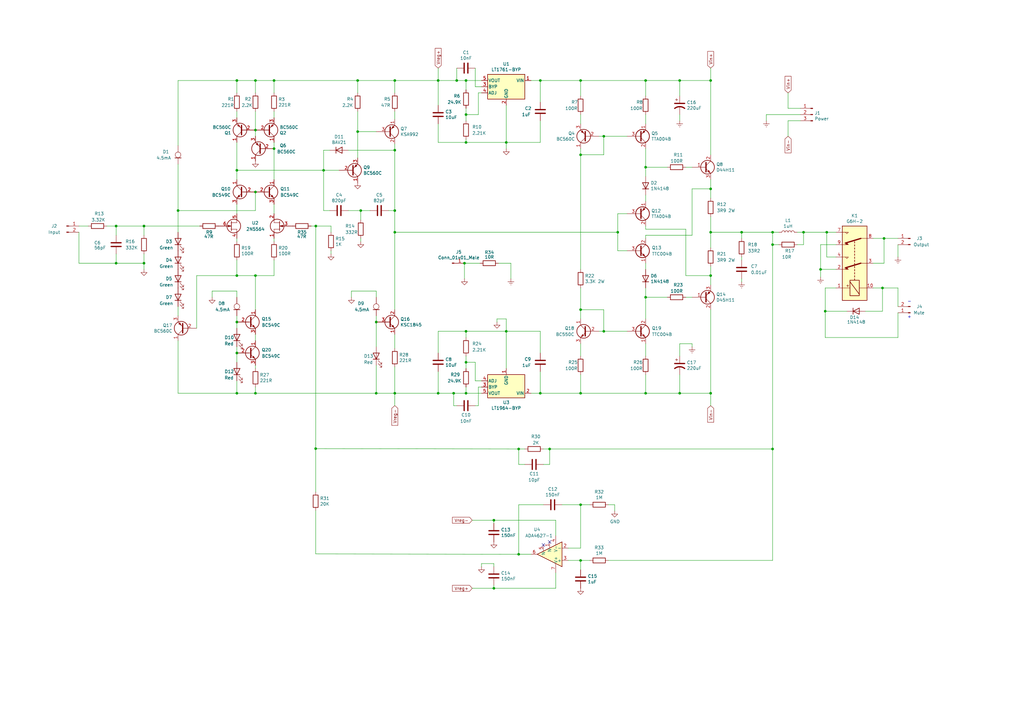
<source format=kicad_sch>
(kicad_sch (version 20230121) (generator eeschema)
  (paper "A3")
  (junction (at 154.305 161.29))
  (junction (at 336.55 110.49))
  (junction (at 146.685 53.975))
  (junction (at 47.625 107.95))
  (junction (at 238.125 207.01))
  (junction (at 112.395 33.02))
  (junction (at 190.5 107.95))
  (junction (at 191.135 58.42))
  (junction (at 179.705 161.29))
  (junction (at 212.725 227.33))
  (junction (at 97.155 33.02))
  (junction (at 238.125 63.5))
  (junction (at 132.715 69.85))
  (junction (at 179.705 33.02))
  (junction (at 161.925 161.29))
  (junction (at 247.65 135.89))
  (junction (at 161.925 61.595))
  (junction (at 97.155 144.78))
  (junction (at 304.165 95.25))
  (junction (at 154.305 132.08))
  (junction (at 191.135 148.59))
  (junction (at 112.395 60.96))
  (junction (at 191.135 135.89))
  (junction (at 129.4638 183.9976))
  (junction (at 253.365 95.25))
  (junction (at 291.465 33.02))
  (junction (at 278.765 161.29))
  (junction (at 362.585 97.79))
  (junction (at 207.645 58.42))
  (junction (at 338.455 127.635))
  (junction (at 73.025 86.36))
  (junction (at 97.155 113.03))
  (junction (at 329.565 95.25))
  (junction (at 291.465 113.03))
  (junction (at 104.775 113.03))
  (junction (at 104.775 161.29))
  (junction (at 316.865 100.33))
  (junction (at 104.775 53.34))
  (junction (at 291.465 161.29))
  (junction (at 361.95 118.11))
  (junction (at 316.865 95.25))
  (junction (at 264.795 68.58))
  (junction (at 291.465 95.25))
  (junction (at 59.055 92.71))
  (junction (at 202.565 241.3))
  (junction (at 104.775 33.02))
  (junction (at 47.625 92.71))
  (junction (at 186.055 161.29))
  (junction (at 238.125 161.29))
  (junction (at 161.925 86.36))
  (junction (at 238.125 127))
  (junction (at 238.125 33.02))
  (junction (at 278.765 33.02))
  (junction (at 161.925 95.25))
  (junction (at 191.135 46.99))
  (junction (at 161.925 33.02))
  (junction (at 316.865 184.15))
  (junction (at 191.135 161.29))
  (junction (at 221.615 161.29))
  (junction (at 238.125 229.87))
  (junction (at 264.795 121.92))
  (junction (at 97.155 69.85))
  (junction (at 339.09 95.25))
  (junction (at 247.65 55.88))
  (junction (at 129.54 92.71))
  (junction (at 97.155 161.29))
  (junction (at 187.325 33.02))
  (junction (at 291.465 77.47))
  (junction (at 264.795 33.02))
  (junction (at 97.155 132.08))
  (junction (at 212.725 184.15))
  (junction (at 59.055 107.95))
  (junction (at 221.615 33.02))
  (junction (at 225.425 184.15))
  (junction (at 104.775 78.74))
  (junction (at 207.645 135.89))
  (junction (at 202.565 213.36))
  (junction (at 146.685 33.02))
  (junction (at 191.135 33.02))
  (junction (at 264.795 161.29))
  (junction (at 147.955 86.36))
  (no_connect (at 225.425 222.25))
  (no_connect (at 222.885 223.52))
  (wire (pts (xy 247.65 63.5) (xy 247.65 55.88)))
  (wire (pts (xy 97.155 119.38) (xy 86.995 119.38)))
  (wire (pts (xy 104.775 55.88) (xy 104.775 53.34)))
  (wire (pts (xy 354.965 127.635) (xy 361.95 127.635)))
  (wire (pts (xy 222.885 184.15) (xy 225.425 184.15)))
  (wire (pts (xy 179.705 58.42) (xy 179.705 50.8)))
  (wire (pts (xy 161.925 137.16) (xy 161.925 142.875)))
  (wire (pts (xy 202.565 232.41) (xy 202.565 231.14)))
  (wire (pts (xy 112.395 58.42) (xy 112.395 60.96)))
  (wire (pts (xy 161.925 166.37) (xy 161.925 161.29)))
  (wire (pts (xy 161.925 33.02) (xy 179.705 33.02)))
  (wire (pts (xy 264.795 60.96) (xy 264.795 68.58)))
  (wire (pts (xy 304.165 115.57) (xy 304.165 114.3)))
  (wire (pts (xy 304.165 97.79) (xy 304.165 95.25)))
  (wire (pts (xy 147.955 86.36) (xy 151.765 86.36)))
  (wire (pts (xy 283.845 77.47) (xy 291.465 77.47)))
  (wire (pts (xy 319.405 95.25) (xy 316.865 95.25)))
  (wire (pts (xy 327.025 95.25) (xy 329.565 95.25)))
  (wire (pts (xy 264.795 68.58) (xy 264.795 72.39)))
  (wire (pts (xy 230.505 207.01) (xy 238.125 207.01)))
  (wire (pts (xy 187.325 166.37) (xy 186.055 166.37)))
  (wire (pts (xy 202.565 241.3) (xy 193.675 241.3)))
  (wire (pts (xy 207.645 60.96) (xy 207.645 58.42)))
  (wire (pts (xy 217.805 33.02) (xy 221.615 33.02)))
  (wire (pts (xy 59.055 104.14) (xy 59.055 107.95)))
  (wire (pts (xy 368.3 100.33) (xy 368.3 105.41)))
  (wire (pts (xy 97.155 148.59) (xy 97.155 144.78)))
  (wire (pts (xy 97.155 48.26) (xy 97.155 45.72)))
  (wire (pts (xy 59.055 96.52) (xy 59.055 92.71)))
  (wire (pts (xy 281.305 113.03) (xy 291.465 113.03)))
  (wire (pts (xy 339.09 105.41) (xy 339.09 95.25)))
  (wire (pts (xy 97.155 142.24) (xy 97.155 144.78)))
  (wire (pts (xy 202.565 213.36) (xy 193.675 213.36)))
  (wire (pts (xy 314.325 46.99) (xy 314.325 49.53)))
  (wire (pts (xy 329.565 100.33) (xy 329.565 95.25)))
  (wire (pts (xy 161.925 161.29) (xy 154.305 161.29)))
  (wire (pts (xy 241.935 229.87) (xy 238.125 229.87)))
  (wire (pts (xy 207.645 58.42) (xy 207.645 43.18)))
  (wire (pts (xy 97.155 69.85) (xy 97.155 73.66)))
  (wire (pts (xy 342.9 118.11) (xy 338.455 118.11)))
  (wire (pts (xy 194.945 148.59) (xy 191.135 148.59)))
  (wire (pts (xy 338.455 138.43) (xy 368.3 138.43)))
  (wire (pts (xy 135.763 104.14) (xy 135.763 102.87)))
  (wire (pts (xy 147.955 99.06) (xy 147.955 97.79)))
  (wire (pts (xy 187.325 27.94) (xy 187.325 33.02)))
  (wire (pts (xy 238.125 146.05) (xy 238.125 140.97)))
  (wire (pts (xy 212.725 207.01) (xy 212.725 227.33)))
  (wire (pts (xy 304.165 95.25) (xy 291.465 95.25)))
  (wire (pts (xy 104.775 151.13) (xy 104.775 149.86)))
  (wire (pts (xy 179.705 33.02) (xy 187.325 33.02)))
  (wire (pts (xy 186.055 166.37) (xy 186.055 161.29)))
  (wire (pts (xy 97.155 106.68) (xy 97.155 113.03)))
  (wire (pts (xy 221.615 135.89) (xy 207.645 135.89)))
  (wire (pts (xy 273.685 121.92) (xy 264.795 121.92)))
  (wire (pts (xy 221.615 58.42) (xy 207.645 58.42)))
  (wire (pts (xy 97.155 38.1) (xy 97.155 33.02)))
  (wire (pts (xy 191.135 46.99) (xy 196.215 46.99)))
  (wire (pts (xy 196.215 158.75) (xy 196.215 166.37)))
  (wire (pts (xy 32.385 107.95) (xy 32.385 95.25)))
  (wire (pts (xy 278.765 39.37) (xy 278.765 33.02)))
  (wire (pts (xy 339.09 95.25) (xy 342.9 95.25)))
  (wire (pts (xy 264.795 50.8) (xy 264.795 46.99)))
  (wire (pts (xy 197.485 161.29) (xy 191.135 161.29)))
  (wire (pts (xy 319.405 100.33) (xy 316.865 100.33)))
  (wire (pts (xy 328.295 44.45) (xy 323.215 44.45)))
  (wire (pts (xy 207.645 135.89) (xy 207.645 151.13)))
  (wire (pts (xy 36.195 92.71) (xy 32.385 92.71)))
  (wire (pts (xy 338.455 127.635) (xy 338.455 138.43)))
  (wire (pts (xy 86.995 119.38) (xy 86.995 121.92)))
  (wire (pts (xy 191.135 161.29) (xy 186.055 161.29)))
  (wire (pts (xy 190.5 114.3) (xy 190.5 107.95)))
  (wire (pts (xy 257.175 102.87) (xy 253.365 102.87)))
  (wire (pts (xy 191.135 151.13) (xy 191.135 148.59)))
  (wire (pts (xy 291.465 161.29) (xy 291.465 127)))
  (wire (pts (xy 191.135 57.15) (xy 191.135 58.42)))
  (wire (pts (xy 283.845 68.58) (xy 281.305 68.58)))
  (wire (pts (xy 291.465 81.28) (xy 291.465 77.47)))
  (wire (pts (xy 161.925 150.495) (xy 161.925 161.29)))
  (wire (pts (xy 291.465 95.25) (xy 291.465 88.9)))
  (wire (pts (xy 212.725 184.15) (xy 215.265 184.15)))
  (wire (pts (xy 329.565 95.25) (xy 339.09 95.25)))
  (wire (pts (xy 291.465 101.6) (xy 291.465 95.25)))
  (wire (pts (xy 80.645 113.03) (xy 97.155 113.03)))
  (wire (pts (xy 278.765 146.05) (xy 278.765 140.97)))
  (wire (pts (xy 154.305 129.54) (xy 154.305 132.08)))
  (wire (pts (xy 222.885 207.01) (xy 212.725 207.01)))
  (wire (pts (xy 291.465 116.84) (xy 291.465 113.03)))
  (wire (pts (xy 186.055 161.29) (xy 179.705 161.29)))
  (wire (pts (xy 252.095 209.55) (xy 252.095 207.01)))
  (wire (pts (xy 217.805 161.29) (xy 221.615 161.29)))
  (wire (pts (xy 97.155 69.85) (xy 132.715 69.85)))
  (wire (pts (xy 112.395 48.26) (xy 112.395 45.72)))
  (wire (pts (xy 358.14 118.11) (xy 361.95 118.11)))
  (wire (pts (xy 194.945 166.37) (xy 196.215 166.37)))
  (wire (pts (xy 112.395 99.06) (xy 112.395 97.79)))
  (wire (pts (xy 264.795 110.49) (xy 264.795 107.95)))
  (wire (pts (xy 129.4638 183.9976) (xy 212.725 184.15)))
  (wire (pts (xy 264.795 92.71) (xy 264.795 93.98)))
  (wire (pts (xy 104.775 139.7) (xy 104.775 137.16)))
  (wire (pts (xy 191.135 148.59) (xy 191.135 146.05)))
  (wire (pts (xy 146.685 53.975) (xy 146.685 45.72)))
  (wire (pts (xy 194.945 148.59) (xy 194.945 156.21)))
  (wire (pts (xy 73.025 33.02) (xy 97.155 33.02)))
  (wire (pts (xy 73.025 95.25) (xy 73.025 86.36)))
  (wire (pts (xy 278.765 161.29) (xy 291.465 161.29)))
  (wire (pts (xy 247.65 55.88) (xy 245.745 55.88)))
  (wire (pts (xy 264.795 93.98) (xy 281.305 93.98)))
  (wire (pts (xy 104.775 158.75) (xy 104.775 161.29)))
  (wire (pts (xy 97.155 113.03) (xy 104.775 113.03)))
  (wire (pts (xy 73.025 86.36) (xy 104.775 86.36)))
  (wire (pts (xy 362.585 107.95) (xy 362.585 97.79)))
  (wire (pts (xy 197.485 38.1) (xy 196.215 38.1)))
  (wire (pts (xy 97.155 161.29) (xy 97.155 156.21)))
  (wire (pts (xy 264.795 161.29) (xy 238.125 161.29)))
  (wire (pts (xy 278.765 46.99) (xy 278.765 49.53)))
  (wire (pts (xy 225.425 184.15) (xy 316.865 184.15)))
  (wire (pts (xy 358.14 107.95) (xy 362.585 107.95)))
  (wire (pts (xy 97.155 121.92) (xy 97.155 119.38)))
  (wire (pts (xy 104.775 113.03) (xy 112.395 113.03)))
  (wire (pts (xy 97.155 132.08) (xy 97.155 129.54)))
  (wire (pts (xy 132.715 69.85) (xy 132.715 86.36)))
  (wire (pts (xy 238.125 118.11) (xy 238.125 127)))
  (wire (pts (xy 129.54 92.71) (xy 129.4638 183.9976)))
  (wire (pts (xy 264.795 97.79) (xy 264.795 96.52)))
  (wire (pts (xy 291.465 33.02) (xy 291.465 63.5)))
  (wire (pts (xy 264.795 118.11) (xy 264.795 121.92)))
  (wire (pts (xy 253.365 102.87) (xy 253.365 95.25)))
  (wire (pts (xy 221.615 161.29) (xy 221.615 152.4)))
  (wire (pts (xy 222.885 190.5) (xy 225.425 190.5)))
  (wire (pts (xy 238.125 60.96) (xy 238.125 63.5)))
  (wire (pts (xy 361.95 127.635) (xy 361.95 118.11)))
  (wire (pts (xy 202.565 231.14) (xy 197.485 231.14)))
  (wire (pts (xy 97.155 99.06) (xy 97.155 97.79)))
  (wire (pts (xy 283.845 140.97) (xy 283.845 142.24)))
  (wire (pts (xy 257.175 135.89) (xy 247.65 135.89)))
  (wire (pts (xy 225.425 184.15) (xy 225.425 190.5)))
  (wire (pts (xy 112.395 33.02) (xy 112.395 38.1)))
  (wire (pts (xy 368.3 138.43) (xy 368.3 128.27)))
  (wire (pts (xy 191.135 58.42) (xy 207.645 58.42)))
  (wire (pts (xy 197.485 231.14) (xy 197.485 232.41)))
  (wire (pts (xy 190.5 107.95) (xy 196.85 107.95)))
  (wire (pts (xy 179.705 152.4) (xy 179.705 161.29)))
  (wire (pts (xy 161.925 45.72) (xy 161.925 48.895)))
  (wire (pts (xy 135.763 95.25) (xy 135.763 92.71)))
  (wire (pts (xy 73.025 161.29) (xy 97.155 161.29)))
  (wire (pts (xy 238.125 127) (xy 238.125 130.81)))
  (wire (pts (xy 191.135 46.99) (xy 191.135 49.53)))
  (wire (pts (xy 97.155 33.02) (xy 104.775 33.02)))
  (wire (pts (xy 179.705 33.02) (xy 179.705 27.94)))
  (wire (pts (xy 207.645 130.81) (xy 207.645 135.89)))
  (wire (pts (xy 73.025 59.69) (xy 73.025 33.02)))
  (wire (pts (xy 135.763 92.71) (xy 129.54 92.71)))
  (wire (pts (xy 59.055 107.95) (xy 47.625 107.95)))
  (wire (pts (xy 264.795 153.67) (xy 264.795 161.29)))
  (wire (pts (xy 264.795 146.05) (xy 264.795 140.97)))
  (wire (pts (xy 135.255 61.595) (xy 132.715 61.595)))
  (wire (pts (xy 47.625 92.71) (xy 43.815 92.71)))
  (wire (pts (xy 328.295 49.53) (xy 323.215 49.53)))
  (wire (pts (xy 104.775 38.1) (xy 104.775 33.02)))
  (wire (pts (xy 47.625 107.95) (xy 32.385 107.95)))
  (wire (pts (xy 154.305 121.92) (xy 154.305 119.38)))
  (wire (pts (xy 323.215 44.45) (xy 323.215 38.1)))
  (wire (pts (xy 212.725 227.33) (xy 217.805 227.33)))
  (wire (pts (xy 221.615 49.53) (xy 221.615 58.42)))
  (wire (pts (xy 316.865 184.15) (xy 316.865 229.87)))
  (wire (pts (xy 238.125 63.5) (xy 238.125 110.49)))
  (wire (pts (xy 247.65 127) (xy 247.65 135.89)))
  (wire (pts (xy 112.395 60.96) (xy 112.395 73.66)))
  (wire (pts (xy 129.4638 183.9976) (xy 129.4638 201.7776)))
  (wire (pts (xy 336.55 110.49) (xy 336.55 113.665)))
  (wire (pts (xy 238.125 127) (xy 247.65 127)))
  (wire (pts (xy 227.965 213.36) (xy 202.565 213.36)))
  (wire (pts (xy 238.125 229.87) (xy 233.045 229.87)))
  (wire (pts (xy 97.155 58.42) (xy 97.155 69.85)))
  (wire (pts (xy 368.3 125.73) (xy 368.3 118.11)))
  (wire (pts (xy 264.795 121.92) (xy 264.795 130.81)))
  (wire (pts (xy 81.915 92.71) (xy 59.055 92.71)))
  (wire (pts (xy 73.025 129.54) (xy 73.025 125.73)))
  (wire (pts (xy 191.135 44.45) (xy 191.135 46.99)))
  (wire (pts (xy 238.125 33.02) (xy 264.795 33.02)))
  (wire (pts (xy 194.945 156.21) (xy 197.485 156.21)))
  (wire (pts (xy 221.615 161.29) (xy 238.125 161.29)))
  (wire (pts (xy 179.705 161.29) (xy 161.925 161.29)))
  (wire (pts (xy 104.775 161.29) (xy 154.305 161.29)))
  (wire (pts (xy 291.465 33.02) (xy 291.465 27.94)))
  (wire (pts (xy 142.875 86.36) (xy 147.955 86.36)))
  (wire (pts (xy 179.705 58.42) (xy 191.135 58.42)))
  (wire (pts (xy 221.615 144.78) (xy 221.615 135.89)))
  (wire (pts (xy 154.305 132.08) (xy 154.305 142.24)))
  (wire (pts (xy 264.795 33.02) (xy 264.795 39.37)))
  (wire (pts (xy 249.555 229.87) (xy 316.865 229.87)))
  (wire (pts (xy 161.925 33.02) (xy 146.685 33.02)))
  (wire (pts (xy 327.025 100.33) (xy 329.565 100.33)))
  (wire (pts (xy 161.925 95.25) (xy 253.365 95.25)))
  (wire (pts (xy 212.725 190.5) (xy 215.265 190.5)))
  (wire (pts (xy 104.775 86.36) (xy 104.775 78.74)))
  (wire (pts (xy 253.365 87.63) (xy 257.175 87.63)))
  (wire (pts (xy 358.14 97.79) (xy 362.585 97.79)))
  (wire (pts (xy 194.945 35.56) (xy 197.485 35.56)))
  (wire (pts (xy 59.055 107.95) (xy 59.055 110.49)))
  (wire (pts (xy 238.125 39.37) (xy 238.125 33.02)))
  (wire (pts (xy 161.925 61.595) (xy 161.925 59.055)))
  (wire (pts (xy 179.705 43.18) (xy 179.705 33.02)))
  (wire (pts (xy 161.925 86.36) (xy 161.925 61.595)))
  (wire (pts (xy 247.65 135.89) (xy 245.745 135.89)))
  (wire (pts (xy 264.795 33.02) (xy 278.765 33.02)))
  (wire (pts (xy 154.305 161.29) (xy 154.305 149.86)))
  (wire (pts (xy 112.395 87.63) (xy 112.395 83.82)))
  (wire (pts (xy 129.54 92.71) (xy 127.635 92.71)))
  (wire (pts (xy 161.925 38.1) (xy 161.925 33.02)))
  (wire (pts (xy 104.775 45.72) (xy 104.775 53.34)))
  (wire (pts (xy 191.135 135.89) (xy 179.705 135.89)))
  (wire (pts (xy 112.395 33.02) (xy 146.685 33.02)))
  (wire (pts (xy 273.685 68.58) (xy 264.795 68.58)))
  (wire (pts (xy 361.95 118.11) (xy 368.3 118.11)))
  (wire (pts (xy 362.585 97.79) (xy 368.3 97.79)))
  (wire (pts (xy 159.385 86.36) (xy 161.925 86.36)))
  (wire (pts (xy 132.715 86.36) (xy 135.255 86.36)))
  (wire (pts (xy 129.4638 227.1776) (xy 212.725 227.33)))
  (wire (pts (xy 207.645 135.89) (xy 191.135 135.89)))
  (wire (pts (xy 154.305 119.38) (xy 144.145 119.38)))
  (wire (pts (xy 238.125 224.79) (xy 233.045 224.79)))
  (wire (pts (xy 187.325 33.02) (xy 191.135 33.02)))
  (wire (pts (xy 104.775 33.02) (xy 112.395 33.02)))
  (wire (pts (xy 161.925 95.25) (xy 161.925 127)))
  (wire (pts (xy 154.305 53.975) (xy 146.685 53.975)))
  (wire (pts (xy 241.935 207.01) (xy 238.125 207.01)))
  (wire (pts (xy 132.715 69.85) (xy 139.065 69.85)))
  (wire (pts (xy 146.685 53.975) (xy 146.685 64.77)))
  (wire (pts (xy 291.465 77.47) (xy 291.465 73.66)))
  (wire (pts (xy 336.55 100.33) (xy 336.55 110.49)))
  (wire (pts (xy 238.125 233.68) (xy 238.125 229.87)))
  (wire (pts (xy 342.9 110.49) (xy 336.55 110.49)))
  (wire (pts (xy 112.395 113.03) (xy 112.395 106.68)))
  (wire (pts (xy 202.565 214.63) (xy 202.565 213.36)))
  (wire (pts (xy 129.4638 227.1776) (xy 129.4638 209.3976)))
  (wire (pts (xy 104.775 161.29) (xy 97.155 161.29)))
  (wire (pts (xy 73.025 67.31) (xy 73.025 86.36)))
  (wire (pts (xy 338.455 127.635) (xy 347.345 127.635)))
  (wire (pts (xy 316.865 95.25) (xy 304.165 95.25)))
  (wire (pts (xy 132.715 61.595) (xy 132.715 69.85)))
  (wire (pts (xy 221.615 33.02) (xy 238.125 33.02)))
  (wire (pts (xy 342.9 100.33) (xy 336.55 100.33)))
  (wire (pts (xy 144.145 119.38) (xy 144.145 121.92)))
  (wire (pts (xy 203.835 130.81) (xy 203.835 132.08)))
  (wire (pts (xy 338.455 118.11) (xy 338.455 127.635)))
  (wire (pts (xy 316.865 100.33) (xy 316.865 184.15)))
  (wire (pts (xy 202.565 241.3) (xy 202.565 240.03)))
  (wire (pts (xy 191.135 138.43) (xy 191.135 135.89)))
  (wire (pts (xy 238.125 153.67) (xy 238.125 161.29)))
  (wire (pts (xy 47.625 107.95) (xy 47.625 104.14)))
  (wire (pts (xy 257.175 55.88) (xy 247.65 55.88)))
  (wire (pts (xy 191.135 161.29) (xy 191.135 158.75)))
  (wire (pts (xy 142.875 61.595) (xy 161.925 61.595)))
  (wire (pts (xy 227.965 219.71) (xy 227.965 213.36)))
  (wire (pts (xy 291.465 113.03) (xy 291.465 109.22)))
  (wire (pts (xy 238.125 207.01) (xy 238.125 224.79)))
  (wire (pts (xy 207.645 130.81) (xy 203.835 130.81)))
  (wire (pts (xy 191.135 33.02) (xy 197.485 33.02)))
  (wire (pts (xy 278.765 153.67) (xy 278.765 161.29)))
  (wire (pts (xy 104.775 127) (xy 104.775 113.03)))
  (wire (pts (xy 80.645 113.03) (xy 80.645 134.62)))
  (wire (pts (xy 278.765 33.02) (xy 291.465 33.02)))
  (wire (pts (xy 281.305 93.98) (xy 281.305 113.03)))
  (wire (pts (xy 252.095 207.01) (xy 249.555 207.01)))
  (wire (pts (xy 253.365 95.25) (xy 253.365 87.63)))
  (wire (pts (xy 227.965 241.3) (xy 202.565 241.3)))
  (wire (pts (xy 291.465 166.37) (xy 291.465 161.29)))
  (wire (pts (xy 97.155 134.62) (xy 97.155 132.08)))
  (wire (pts (xy 146.685 38.1) (xy 146.685 33.02)))
  (wire (pts (xy 161.925 86.36) (xy 161.925 95.25)))
  (wire (pts (xy 264.795 96.52) (xy 283.845 96.52)))
  (wire (pts (xy 97.155 87.63) (xy 97.155 83.82)))
  (wire (pts (xy 316.865 95.25) (xy 316.865 100.33)))
  (wire (pts (xy 328.295 46.99) (xy 314.325 46.99)))
  (wire (pts (xy 209.55 107.95) (xy 209.55 114.3)))
  (wire (pts (xy 196.215 38.1) (xy 196.215 46.99)))
  (wire (pts (xy 179.705 135.89) (xy 179.705 144.78)))
  (wire (pts (xy 194.945 35.56) (xy 194.945 27.94)))
  (wire (pts (xy 342.9 105.41) (xy 339.09 105.41)))
  (wire (pts (xy 221.615 41.91) (xy 221.615 33.02)))
  (wire (pts (xy 212.725 184.15) (xy 212.725 190.5)))
  (wire (pts (xy 304.165 106.68) (xy 304.165 105.41)))
  (wire (pts (xy 283.845 121.92) (xy 281.305 121.92)))
  (wire (pts (xy 283.845 96.52) (xy 283.845 77.47)))
  (wire (pts (xy 204.47 107.95) (xy 209.55 107.95)))
  (wire (pts (xy 197.485 158.75) (xy 196.215 158.75)))
  (wire (pts (xy 147.955 90.17) (xy 147.955 86.36)))
  (wire (pts (xy 238.125 63.5) (xy 247.65 63.5)))
  (wire (pts (xy 323.215 49.53) (xy 323.215 55.88)))
  (wire (pts (xy 264.795 82.55) (xy 264.795 80.01)))
  (wire (pts (xy 191.135 36.83) (xy 191.135 33.02)))
  (wire (pts (xy 73.025 139.7) (xy 73.025 161.29)))
  (wire (pts (xy 278.765 140.97) (xy 283.845 140.97)))
  (wire (pts (xy 47.625 96.52) (xy 47.625 92.71)))
  (wire (pts (xy 238.125 50.8) (xy 238.125 46.99)))
  (wire (pts (xy 227.965 234.95) (xy 227.965 241.3)))
  (wire (pts (xy 264.795 161.29) (xy 278.765 161.29)))
  (wire (pts (xy 47.625 92.71) (xy 59.055 92.71)))
  (text "-" (at 372.11 124.46 0) (effects (font (size 1.27 1.27)) (justify left bottom)))
  (text "+" (at 372.11 130.81 0) (effects (font (size 1.27 1.27)) (justify left bottom)))
  (global_label "Vin+" (shape input) (at 291.465 27.94 90) (property "Intersheetrefs" "${INTERSHEET_REFS}" (effects hide)))
  (global_label "Vin+" (shape input) (at 323.215 38.1 90) (property "Intersheetrefs" "${INTERSHEET_REFS}" (effects hide)))
  (global_label "Vreg-" (shape input) (at 193.675 213.36 180) (property "Intersheetrefs" "${INTERSHEET_REFS}" (effects hide)))
  (global_label "Vreg-" (shape input) (at 161.925 166.37 270) (property "Intersheetrefs" "${INTERSHEET_REFS}" (effects hide)))
  (global_label "Vin-" (shape input) (at 291.465 166.37 270) (property "Intersheetrefs" "${INTERSHEET_REFS}" (effects hide)))
  (global_label "Vreg+" (shape input) (at 179.705 27.94 90) (property "Intersheetrefs" "${INTERSHEET_REFS}" (effects hide)))
  (global_label "Vreg+" (shape input) (at 193.675 241.3 180) (property "Intersheetrefs" "${INTERSHEET_REFS}" (effects hide)))
  (global_label "Vin-" (shape input) (at 323.215 55.88 270) (property "Intersheetrefs" "${INTERSHEET_REFS}" (effects hide)))
  (symbol (lib_id "Device:R") (at 245.745 229.87 270) (unit 1)
    (property "Reference" "R33" (at 245.745 224.6122 90))
    (property "Value" "1M" (at 245.745 226.9236 90))
    (property "Footprint" "Resistor_SMD:R_0805_2012Metric_Pad1.15x1.40mm_HandSolder" (effects hide))
  )
  (symbol (lib_id "Device:C") (at 238.125 237.49 0) (unit 1)
    (property "Reference" "C15" (at 241.046 236.3216 0) (effects (justify left)))
    (property "Value" "1uF" (at 241.046 238.633 0) (effects (justify left)))
    (property "Footprint" "Capacitor_THT:C_Rect_L7.2mm_W5.5mm_P5.00mm_FKS2_FKP2_MKS2_MKP2" (effects hide))
  )
  (symbol (lib_id "power:GND") (at 238.125 241.3 0) (unit 1)
    (property "Reference" "#PWR014" (effects hide))
    (property "Value" "GND" (effects hide))
  )
  (symbol (lib_id "Device:C") (at 226.695 207.01 270) (unit 1)
    (property "Reference" "C12" (at 226.695 200.6092 90))
    (property "Value" "150nF" (at 226.695 202.9206 90))
    (property "Footprint" "Capacitor_THT:C_Rect_L7.2mm_W2.5mm_P5.00mm_FKS2_FKP2_MKS2_MKP2" (effects hide))
  )
  (symbol (lib_id "HPA1-rescue:2N5564-HP-Transistor_FET") (at 104.775 92.71 0) (mirror y) (unit 1)
    (property "Reference" "U2" (at 106.045 91.44 0) (effects (justify left)))
    (property "Value" "2N5564" (at 108.585 93.98 0) (effects (justify left)))
    (property "Footprint" "HP_Footprints:TO-71-6" (effects hide))
  )
  (symbol (lib_id "Device:R") (at 97.155 102.87 0) (unit 1)
    (property "Reference" "R19" (at 98.933 101.7016 0) (effects (justify left)))
    (property "Value" "100R" (at 98.933 104.013 0) (effects (justify left)))
    (property "Footprint" "Resistor_THT:R_Axial_DIN0207_L6.3mm_D2.5mm_P10.16mm_Horizontal" (effects hide))
  )
  (symbol (lib_id "Device:R") (at 112.395 102.87 0) (unit 1)
    (property "Reference" "R20" (at 114.173 101.7016 0) (effects (justify left)))
    (property "Value" "100R" (at 114.173 104.013 0) (effects (justify left)))
    (property "Footprint" "Resistor_THT:R_Axial_DIN0207_L6.3mm_D2.5mm_P10.16mm_Horizontal" (effects hide))
  )
  (symbol (lib_id "Transistor_BJT:BC550") (at 99.695 78.74 0) (mirror y) (unit 1)
    (property "Reference" "Q10" (at 94.615 77.47 0) (effects (justify left)))
    (property "Value" "BC549C" (at 94.615 80.01 0) (effects (justify left)))
    (property "Footprint" "Package_TO_SOT_THT:TO-92_Inline" (effects hide))
    (property "Datasheet" "https://www.onsemi.com/pub/Collateral/BC550-D.pdf" (effects hide))
  )
  (symbol (lib_id "Transistor_BJT:BC550") (at 109.855 78.74 0) (unit 1)
    (property "Reference" "Q11" (at 114.935 77.47 0) (effects (justify left)))
    (property "Value" "BC549C" (at 114.935 80.01 0) (effects (justify left)))
    (property "Footprint" "Package_TO_SOT_THT:TO-92_Inline" (effects hide))
    (property "Datasheet" "https://www.onsemi.com/pub/Collateral/BC550-D.pdf" (effects hide))
  )
  (symbol (lib_id "Transistor_BJT:BC560") (at 109.855 53.34 0) (mirror x) (unit 1)
    (property "Reference" "Q2" (at 114.7064 54.5084 0) (effects (justify left)))
    (property "Value" "BC560C" (at 114.7064 52.197 0) (effects (justify left)))
    (property "Footprint" "Package_TO_SOT_THT:TO-92_Inline" (effects hide))
    (property "Datasheet" "https://www.onsemi.com/pub/Collateral/BC556BTA-D.pdf" (effects hide))
  )
  (symbol (lib_id "Transistor_BJT:BC560") (at 99.695 53.34 180) (unit 1)
    (property "Reference" "Q1" (at 94.8436 54.5084 0) (effects (justify left)))
    (property "Value" "BC560C" (at 94.8436 52.197 0) (effects (justify left)))
    (property "Footprint" "Package_TO_SOT_THT:TO-92_Inline" (effects hide))
    (property "Datasheet" "https://www.onsemi.com/pub/Collateral/BC556BTA-D.pdf" (effects hide))
  )
  (symbol (lib_id "Transistor_BJT:BC560") (at 107.315 60.96 180) (unit 1)
    (property "Reference" "Q6" (at 117.475 59.69 0) (effects (justify left)))
    (property "Value" "BC560C" (at 121.285 62.23 0) (effects (justify left)))
    (property "Footprint" "Package_TO_SOT_THT:TO-92_Inline" (effects hide))
    (property "Datasheet" "https://www.onsemi.com/pub/Collateral/BC556BTA-D.pdf" (effects hide))
  )
  (symbol (lib_id "power:GND") (at 104.775 66.04 0) (unit 1)
    (property "Reference" "#PWR02" (effects hide))
    (property "Value" "GND" (effects hide))
  )
  (symbol (lib_id "Device:R") (at 97.155 41.91 0) (unit 1)
    (property "Reference" "R1" (at 93.345 40.64 0) (effects (justify left)))
    (property "Value" "221R" (at 90.805 43.18 0) (effects (justify left)))
    (property "Footprint" "Resistor_THT:R_Axial_DIN0207_L6.3mm_D2.5mm_P10.16mm_Horizontal" (effects hide))
  )
  (symbol (lib_id "Device:R") (at 112.395 41.91 0) (unit 1)
    (property "Reference" "R3" (at 114.173 40.7416 0) (effects (justify left)))
    (property "Value" "221R" (at 114.173 43.053 0) (effects (justify left)))
    (property "Footprint" "Resistor_THT:R_Axial_DIN0207_L6.3mm_D2.5mm_P10.16mm_Horizontal" (effects hide))
  )
  (symbol (lib_id "Device:R") (at 104.775 41.91 0) (unit 1)
    (property "Reference" "R2" (at 100.33 40.64 0) (effects (justify left)))
    (property "Value" "2.2K" (at 99.06 43.18 0) (effects (justify left)))
    (property "Footprint" "Resistor_THT:R_Axial_DIN0207_L6.3mm_D2.5mm_P10.16mm_Horizontal" (effects hide))
  )
  (symbol (lib_id "Transistor_BJT:BC560") (at 75.565 134.62 180) (unit 1)
    (property "Reference" "Q17" (at 70.7136 133.4516 0) (effects (justify left)))
    (property "Value" "BC560C" (at 70.7136 135.763 0) (effects (justify left)))
    (property "Footprint" "Package_TO_SOT_THT:TO-92_Inline" (effects hide))
    (property "Datasheet" "https://www.onsemi.com/pub/Collateral/BC556BTA-D.pdf" (effects hide))
  )
  (symbol (lib_id "Transistor_BJT:BC550") (at 102.235 132.08 0) (unit 1)
    (property "Reference" "Q15" (at 107.315 130.81 0) (effects (justify left)))
    (property "Value" "BC549C" (at 107.315 133.35 0) (effects (justify left)))
    (property "Footprint" "Package_TO_SOT_THT:TO-92_Inline" (effects hide))
    (property "Datasheet" "https://www.onsemi.com/pub/Collateral/BC550-D.pdf" (effects hide))
  )
  (symbol (lib_id "Transistor_BJT:BC550") (at 102.235 144.78 0) (unit 1)
    (property "Reference" "Q20" (at 107.315 143.51 0) (effects (justify left)))
    (property "Value" "BC549C" (at 107.315 146.05 0) (effects (justify left)))
    (property "Footprint" "Package_TO_SOT_THT:TO-92_Inline" (effects hide))
    (property "Datasheet" "https://www.onsemi.com/pub/Collateral/BC550-D.pdf" (effects hide))
  )
  (symbol (lib_id "Device:LED") (at 97.155 138.43 90) (unit 1)
    (property "Reference" "D10" (at 92.075 138.43 90) (effects (justify right)))
    (property "Value" "Red" (at 92.075 140.97 90) (effects (justify right)))
    (property "Footprint" "LED_THT:LED_D3.0mm" (effects hide))
  )
  (symbol (lib_id "Device:LED") (at 97.155 152.4 90) (unit 1)
    (property "Reference" "D12" (at 92.075 152.4 90) (effects (justify right)))
    (property "Value" "Red" (at 92.075 154.94 90) (effects (justify right)))
    (property "Footprint" "LED_THT:LED_D3.0mm" (effects hide))
  )
  (symbol (lib_id "Device:R") (at 104.775 154.94 0) (unit 1)
    (property "Reference" "R27" (at 106.553 153.7716 0) (effects (justify left)))
    (property "Value" "221R" (at 106.553 156.083 0) (effects (justify left)))
    (property "Footprint" "Resistor_THT:R_Axial_DIN0207_L6.3mm_D2.5mm_P10.16mm_Horizontal" (effects hide))
  )
  (symbol (lib_id "HPA1-rescue:ADA4627-1-HP_Op_Amps") (at 225.425 227.33 180) (unit 1)
    (property "Reference" "U4" (at 221.615 217.17 0) (effects (justify left)))
    (property "Value" "ADA4627-1" (at 226.695 219.71 0) (effects (justify left)))
    (property "Footprint" "Package_SO:SOIC-8_3.9x4.9mm_P1.27mm" (effects hide))
  )
  (symbol (lib_id "HPA1-rescue:CRD-HP_Miscellaneous") (at 154.305 125.73 90) (unit 1)
    (property "Reference" "D9" (at 146.685 124.46 90) (effects (justify right)))
    (property "Value" "4.5mA" (at 145.415 127 90) (effects (justify right)))
    (property "Footprint" "Diode_THT:D_DO-35_SOD27_P7.62mm_Horizontal" (effects hide))
  )
  (symbol (lib_id "Device:R") (at 59.055 100.33 0) (unit 1)
    (property "Reference" "R16" (at 51.435 99.06 0) (effects (justify left)))
    (property "Value" "332K" (at 51.435 101.6 0) (effects (justify left)))
    (property "Footprint" "Resistor_THT:R_Axial_DIN0207_L6.3mm_D2.5mm_P10.16mm_Horizontal" (effects hide))
  )
  (symbol (lib_id "Device:C") (at 47.625 100.33 0) (unit 1)
    (property "Reference" "C6" (at 38.608 99.568 0) (effects (justify left)))
    (property "Value" "56pF" (at 38.608 101.6 0) (effects (justify left)))
    (property "Footprint" "Capacitor_THT:C_Disc_D3.8mm_W2.6mm_P2.50mm" (effects hide))
  )
  (symbol (lib_id "power:GND") (at 59.055 110.49 0) (unit 1)
    (property "Reference" "#PWR06" (effects hide))
    (property "Value" "GND" (effects hide))
  )
  (symbol (lib_id "Device:R") (at 40.005 92.71 270) (unit 1)
    (property "Reference" "R13" (at 38.735 87.63 90) (effects (justify left)))
    (property "Value" "3.32K" (at 37.465 90.17 90) (effects (justify left)))
    (property "Footprint" "Resistor_THT:R_Axial_DIN0207_L6.3mm_D2.5mm_P10.16mm_Horizontal" (effects hide))
  )
  (symbol (lib_id "Device:R") (at 245.745 207.01 270) (unit 1)
    (property "Reference" "R32" (at 245.745 201.7522 90))
    (property "Value" "1M" (at 245.745 204.0636 90))
    (property "Footprint" "Resistor_SMD:R_0805_2012Metric_Pad1.15x1.40mm_HandSolder" (effects hide))
  )
  (symbol (lib_id "power:GND") (at 252.095 209.55 0) (unit 1)
    (property "Reference" "#PWR011" (effects hide))
    (property "Value" "GND" (at 252.222 213.9442 0))
  )
  (symbol (lib_id "Regulator_Linear:LT1761-BYP") (at 207.645 35.56 0) (mirror y) (unit 1)
    (property "Reference" "U1" (at 207.645 26.2382 0))
    (property "Value" "LT1761-BYP" (at 207.645 28.5496 0))
    (property "Footprint" "Package_TO_SOT_SMD:TSOT-23-5" (effects hide))
    (property "Datasheet" "https://www.analog.com/media/en/technical-documentation/data-sheets/1761sff.pdf" (effects hide))
  )
  (symbol (lib_id "Regulator_Linear:LT1964-BYP") (at 207.645 158.75 0) (mirror y) (unit 1)
    (property "Reference" "U3" (at 207.645 165.0746 0))
    (property "Value" "LT1964-BYP" (at 207.645 167.386 0))
    (property "Footprint" "Package_TO_SOT_SMD:TSOT-23-5" (effects hide))
    (property "Datasheet" "https://www.analog.com/media/en/technical-documentation/data-sheets/1964fb.pdf" (effects hide))
  )
  (symbol (lib_id "HPA1-rescue:CP1-Device") (at 278.765 43.18 0) (unit 1)
    (property "Reference" "C16" (at 281.686 42.0116 0) (effects (justify left)))
    (property "Value" "220uF" (at 281.686 44.323 0) (effects (justify left)))
    (property "Footprint" "Capacitor_THT:CP_Radial_D10.0mm_P5.00mm" (effects hide))
  )
  (symbol (lib_id "HPA1-rescue:CP1-Device") (at 278.765 149.86 0) (unit 1)
    (property "Reference" "C17" (at 281.686 148.6916 0) (effects (justify left)))
    (property "Value" "220uF" (at 281.686 151.003 0) (effects (justify left)))
    (property "Footprint" "Capacitor_THT:CP_Radial_D10.0mm_P5.00mm" (effects hide))
  )
  (symbol (lib_id "Transistor_BJT:BC560") (at 144.145 69.85 0) (mirror x) (unit 1)
    (property "Reference" "Q9" (at 148.9964 68.6816 0) (effects (justify left)))
    (property "Value" "BC560C" (at 148.9964 70.993 0) (effects (justify left)))
    (property "Footprint" "Package_TO_SOT_THT:TO-92_Inline" (effects hide))
    (property "Datasheet" "https://www.onsemi.com/pub/Collateral/BC556BTA-D.pdf" (effects hide))
  )
  (symbol (lib_id "Device:R") (at 146.685 41.91 0) (unit 1)
    (property "Reference" "R4" (at 142.24 40.64 0) (effects (justify left)))
    (property "Value" "2.2K" (at 140.335 43.18 0) (effects (justify left)))
    (property "Footprint" "Resistor_THT:R_Axial_DIN0207_L6.3mm_D2.5mm_P10.16mm_Horizontal" (effects hide))
  )
  (symbol (lib_id "power:GND") (at 144.145 121.92 0) (unit 1)
    (property "Reference" "#PWR09" (effects hide))
    (property "Value" "GND" (effects hide))
  )
  (symbol (lib_id "power:GND") (at 207.645 60.96 0) (unit 1)
    (property "Reference" "#PWR01" (effects hide))
    (property "Value" "GND" (effects hide))
  )
  (symbol (lib_id "Device:R") (at 161.925 41.91 0) (unit 1)
    (property "Reference" "R5" (at 157.48 40.64 0) (effects (justify left)))
    (property "Value" "47R" (at 156.21 43.18 0) (effects (justify left)))
    (property "Footprint" "Resistor_THT:R_Axial_DIN0207_L6.3mm_D2.5mm_P10.16mm_Horizontal" (effects hide))
  )
  (symbol (lib_id "power:GND") (at 203.835 132.08 0) (unit 1)
    (property "Reference" "#PWR010" (effects hide))
    (property "Value" "GND" (effects hide))
  )
  (symbol (lib_id "Device:R") (at 191.135 40.64 0) (unit 1)
    (property "Reference" "R6" (at 186.055 39.37 0) (effects (justify left)))
    (property "Value" "24.9K" (at 183.515 41.91 0) (effects (justify left)))
    (property "Footprint" "Resistor_SMD:R_0805_2012Metric_Pad1.15x1.40mm_HandSolder" (effects hide))
  )
  (symbol (lib_id "Device:R") (at 191.135 53.34 0) (unit 1)
    (property "Reference" "R10" (at 193.675 52.07 0) (effects (justify left)))
    (property "Value" "2.21K" (at 193.675 54.61 0) (effects (justify left)))
    (property "Footprint" "Resistor_SMD:R_0805_2012Metric_Pad1.15x1.40mm_HandSolder" (effects hide))
  )
  (symbol (lib_id "power:GND") (at 146.685 74.93 0) (unit 1)
    (property "Reference" "#PWR03" (effects hide))
    (property "Value" "GND" (effects hide))
  )
  (symbol (lib_id "HPA1-rescue:CRD-HP_Miscellaneous") (at 97.155 125.73 90) (unit 1)
    (property "Reference" "D8" (at 89.535 124.46 90) (effects (justify right)))
    (property "Value" "4.5mA" (at 88.265 127 90) (effects (justify right)))
    (property "Footprint" "Diode_THT:D_DO-35_SOD27_P7.62mm_Horizontal" (effects hide))
  )
  (symbol (lib_id "Device:C") (at 139.065 86.36 270) (unit 1)
    (property "Reference" "C4" (at 139.065 79.9592 90))
    (property "Value" "820pF" (at 139.065 82.2706 90))
    (property "Footprint" "Capacitor_THT:C_Disc_D3.8mm_W2.6mm_P2.50mm" (effects hide))
  )
  (symbol (lib_id "power:GND") (at 86.995 121.92 0) (unit 1)
    (property "Reference" "#PWR08" (effects hide))
    (property "Value" "GND" (effects hide))
  )
  (symbol (lib_id "Device:C") (at 155.575 86.36 270) (unit 1)
    (property "Reference" "C5" (at 155.575 79.9592 90))
    (property "Value" "82pF" (at 155.575 82.2706 90))
    (property "Footprint" "Capacitor_THT:C_Disc_D3.8mm_W2.6mm_P2.50mm" (effects hide))
  )
  (symbol (lib_id "Device:R") (at 147.955 93.98 0) (unit 1)
    (property "Reference" "R14" (at 141.605 92.71 0) (effects (justify left)))
    (property "Value" "332R" (at 141.605 95.25 0) (effects (justify left)))
    (property "Footprint" "Resistor_THT:R_Axial_DIN0207_L6.3mm_D2.5mm_P10.16mm_Horizontal" (effects hide))
  )
  (symbol (lib_id "power:GND") (at 147.955 99.06 0) (unit 1)
    (property "Reference" "#PWR04" (effects hide))
    (property "Value" "GND" (effects hide))
  )
  (symbol (lib_id "Device:LED") (at 154.305 146.05 90) (unit 1)
    (property "Reference" "D13" (at 149.225 146.05 90) (effects (justify right)))
    (property "Value" "Red" (at 149.225 148.59 90) (effects (justify right)))
    (property "Footprint" "LED_THT:LED_D3.0mm" (effects hide))
  )
  (symbol (lib_id "Device:R") (at 161.925 146.685 0) (unit 1)
    (property "Reference" "R28" (at 163.703 145.5166 0) (effects (justify left)))
    (property "Value" "221R" (at 163.703 147.828 0) (effects (justify left)))
    (property "Footprint" "Resistor_THT:R_Axial_DIN0207_L6.3mm_D2.5mm_P10.16mm_Horizontal" (effects hide))
  )
  (symbol (lib_id "power:GNDREF") (at 283.845 142.24 0) (unit 1)
    (property "Reference" "#PWR0101" (effects hide))
    (property "Value" "GNDREF" (effects hide))
  )
  (symbol (lib_id "power:GNDREF") (at 278.765 49.53 0) (unit 1)
    (property "Reference" "#PWR0102" (effects hide))
    (property "Value" "GNDREF" (effects hide))
  )
  (symbol (lib_id "Device:Q_PNP_ECB") (at 159.385 53.975 0) (mirror x) (unit 1)
    (property "Reference" "Q7" (at 164.2364 52.8066 0) (effects (justify left)))
    (property "Value" "KSA992" (at 164.2364 55.118 0) (effects (justify left)))
    (property "Footprint" "Package_TO_SOT_THT:TO-92_Inline" (effects hide))
  )
  (symbol (lib_id "Device:C") (at 202.565 218.44 0) (unit 1)
    (property "Reference" "C13" (at 205.486 217.2716 0) (effects (justify left)))
    (property "Value" "150nF" (at 205.486 219.583 0) (effects (justify left)))
    (property "Footprint" "Capacitor_THT:C_Rect_L7.2mm_W2.5mm_P5.00mm_FKS2_FKP2_MKS2_MKP2" (effects hide))
  )
  (symbol (lib_id "Device:C") (at 202.565 236.22 0) (unit 1)
    (property "Reference" "C14" (at 205.486 235.0516 0) (effects (justify left)))
    (property "Value" "150nF" (at 205.486 237.363 0) (effects (justify left)))
    (property "Footprint" "Capacitor_THT:C_Rect_L7.2mm_W2.5mm_P5.00mm_FKS2_FKP2_MKS2_MKP2" (effects hide))
  )
  (symbol (lib_id "power:GNDREF") (at 304.165 115.57 0) (unit 1)
    (property "Reference" "#PWR0103" (effects hide))
    (property "Value" "GNDREF" (effects hide))
  )
  (symbol (lib_id "Transistor_BJT:BC560") (at 240.665 55.88 180) (unit 1)
    (property "Reference" "Q4" (at 235.8136 54.7116 0) (effects (justify left)))
    (property "Value" "BC560C" (at 235.8136 57.023 0) (effects (justify left)))
    (property "Footprint" "Package_TO_SOT_THT:TO-92_Inline" (effects hide))
    (property "Datasheet" "https://www.onsemi.com/pub/Collateral/BC556BTA-D.pdf" (effects hide))
  )
  (symbol (lib_id "Transistor_BJT:BD140") (at 262.255 55.88 0) (mirror x) (unit 1)
    (property "Reference" "Q5" (at 267.1318 54.7116 0) (effects (justify left)))
    (property "Value" "TTA004B" (at 267.1318 57.023 0) (effects (justify left)))
    (property "Footprint" "Package_TO_SOT_THT:TO-126-3_Vertical" (effects hide))
    (property "Datasheet" "http://www.st.com/internet/com/TECHNICAL_RESOURCES/TECHNICAL_LITERATURE/DATASHEET/CD00001225.pdf" (effects hide))
  )
  (symbol (lib_id "Device:R") (at 238.125 43.18 0) (unit 1)
    (property "Reference" "R7" (at 234.315 41.91 0) (effects (justify left)))
    (property "Value" "100R" (at 231.775 44.45 0) (effects (justify left)))
    (property "Footprint" "Resistor_THT:R_Axial_DIN0207_L6.3mm_D2.5mm_P10.16mm_Horizontal" (effects hide))
  )
  (symbol (lib_id "Device:R") (at 264.795 43.18 0) (unit 1)
    (property "Reference" "R8" (at 260.985 41.91 0) (effects (justify left)))
    (property "Value" "100R" (at 258.445 44.45 0) (effects (justify left)))
    (property "Footprint" "Resistor_THT:R_Axial_DIN0207_L6.3mm_D2.5mm_P10.16mm_Horizontal" (effects hide))
  )
  (symbol (lib_id "Transistor_BJT:BD140") (at 262.255 87.63 0) (mirror x) (unit 1)
    (property "Reference" "Q12" (at 267.1318 86.4616 0) (effects (justify left)))
    (property "Value" "TTA004B" (at 267.1318 88.773 0) (effects (justify left)))
    (property "Footprint" "Package_TO_SOT_THT:TO-126-3_Vertical" (effects hide))
    (property "Datasheet" "http://www.st.com/internet/com/TECHNICAL_RESOURCES/TECHNICAL_LITERATURE/DATASHEET/CD00001225.pdf" (effects hide))
  )
  (symbol (lib_id "Transistor_BJT:BC550") (at 240.665 135.89 0) (mirror y) (unit 1)
    (property "Reference" "Q18" (at 235.585 134.62 0) (effects (justify left)))
    (property "Value" "BC550C" (at 235.585 137.16 0) (effects (justify left)))
    (property "Footprint" "Package_TO_SOT_THT:TO-92_Inline" (effects hide))
    (property "Datasheet" "https://www.onsemi.com/pub/Collateral/BC550-D.pdf" (effects hide))
  )
  (symbol (lib_id "power:GND") (at 197.485 232.41 0) (unit 1)
    (property "Reference" "#PWR013" (effects hide))
    (property "Value" "GND" (effects hide))
  )
  (symbol (lib_id "power:GND") (at 202.565 222.25 0) (unit 1)
    (property "Reference" "#PWR012" (effects hide))
    (property "Value" "GND" (effects hide))
  )
  (symbol (lib_id "Device:R") (at 238.125 149.86 0) (unit 1)
    (property "Reference" "R25" (at 233.045 148.59 0) (effects (justify left)))
    (property "Value" "100R" (at 231.775 151.13 0) (effects (justify left)))
    (property "Footprint" "Resistor_THT:R_Axial_DIN0207_L6.3mm_D2.5mm_P10.16mm_Horizontal" (effects hide))
  )
  (symbol (lib_id "Transistor_BJT:BD139") (at 262.255 102.87 0) (unit 1)
    (property "Reference" "Q13" (at 267.335 101.6 0) (effects (justify left)))
    (property "Value" "TTC004B" (at 267.335 104.14 0) (effects (justify left)))
    (property "Footprint" "Package_TO_SOT_THT:TO-126-3_Vertical" (effects hide))
    (property "Datasheet" "http://www.st.com/internet/com/TECHNICAL_RESOURCES/TECHNICAL_LITERATURE/DATASHEET/CD00001225.pdf" (effects hide))
  )
  (symbol (lib_id "Transistor_BJT:BD139") (at 262.255 135.89 0) (unit 1)
    (property "Reference" "Q19" (at 267.335 134.62 0) (effects (justify left)))
    (property "Value" "TTC004B" (at 267.335 137.16 0) (effects (justify left)))
    (property "Footprint" "Package_TO_SOT_THT:TO-126-3_Vertical" (effects hide))
    (property "Datasheet" "http://www.st.com/internet/com/TECHNICAL_RESOURCES/TECHNICAL_LITERATURE/DATASHEET/CD00001225.pdf" (effects hide))
  )
  (symbol (lib_id "Device:R") (at 264.795 149.86 0) (unit 1)
    (property "Reference" "R26" (at 259.715 148.59 0) (effects (justify left)))
    (property "Value" "100R" (at 258.445 151.13 0) (effects (justify left)))
    (property "Footprint" "Resistor_THT:R_Axial_DIN0207_L6.3mm_D2.5mm_P10.16mm_Horizontal" (effects hide))
  )
  (symbol (lib_id "HPA1-rescue:Conn_01x02_Male-Connector") (at 373.38 97.79 0) (mirror y) (unit 1)
    (property "Reference" "J3" (at 375.92 97.79 0) (effects (justify right)))
    (property "Value" "Output" (at 374.65 100.33 0) (effects (justify right)))
    (property "Footprint" "HP_Footprints:2-pad-wire-connector-small" (effects hide))
  )
  (symbol (lib_id "Device:C") (at 191.135 27.94 270) (unit 1)
    (property "Reference" "C1" (at 191.135 21.5392 90))
    (property "Value" "10nF" (at 191.135 23.8506 90))
    (property "Footprint" "Capacitor_SMD:C_0805_2012Metric_Pad1.15x1.40mm_HandSolder" (effects hide))
  )
  (symbol (lib_id "power:GNDREF") (at 368.3 105.41 0) (unit 1)
    (property "Reference" "#PWR0104" (effects hide))
    (property "Value" "GNDREF" (effects hide))
  )
  (symbol (lib_id "HPA1-rescue:Conn_01x02_Male-Connector") (at 27.305 92.71 0) (unit 1)
    (property "Reference" "J2" (at 22.225 92.71 0))
    (property "Value" "Input" (at 22.225 95.25 0))
    (property "Footprint" "HP_Footprints:2-pad-wire-connector-small" (effects hide))
  )
  (symbol (lib_id "Diode:1N4148") (at 264.795 76.2 90) (unit 1)
    (property "Reference" "D2" (at 266.827 75.0316 90) (effects (justify right)))
    (property "Value" "1N4148" (at 266.827 77.343 90) (effects (justify right)))
    (property "Footprint" "Diode_THT:D_DO-35_SOD27_P7.62mm_Horizontal" (effects hide))
    (property "Datasheet" "https://assets.nexperia.com/documents/data-sheet/1N4148_1N4448.pdf" (effects hide))
  )
  (symbol (lib_id "Diode:1N4148") (at 264.795 114.3 90) (unit 1)
    (property "Reference" "D6" (at 266.827 113.1316 90) (effects (justify right)))
    (property "Value" "1N4148" (at 266.827 115.443 90) (effects (justify right)))
    (property "Footprint" "Diode_THT:D_DO-35_SOD27_P7.62mm_Horizontal" (effects hide))
    (property "Datasheet" "https://assets.nexperia.com/documents/data-sheet/1N4148_1N4448.pdf" (effects hide))
  )
  (symbol (lib_id "Device:Q_NPN_BCE") (at 288.925 68.58 0) (unit 1)
    (property "Reference" "Q8" (at 293.7764 67.4116 0) (effects (justify left)))
    (property "Value" "D44H11" (at 293.7764 69.723 0) (effects (justify left)))
    (property "Footprint" "Package_TO_SOT_THT:TO-220-3_Vertical" (effects hide))
  )
  (symbol (lib_id "Device:Q_PNP_BCE") (at 288.925 121.92 0) (mirror x) (unit 1)
    (property "Reference" "Q14" (at 293.751 120.7516 0) (effects (justify left)))
    (property "Value" "D45H11" (at 293.751 123.063 0) (effects (justify left)))
    (property "Footprint" "Package_TO_SOT_THT:TO-220-3_Vertical" (effects hide))
  )
  (symbol (lib_id "Device:LED") (at 73.025 121.92 90) (unit 1)
    (property "Reference" "D7" (at 67.945 121.92 90) (effects (justify right)))
    (property "Value" "Green" (at 65.405 124.46 90) (effects (justify right)))
    (property "Footprint" "LED_THT:LED_D3.0mm" (effects hide))
  )
  (symbol (lib_id "Device:LED") (at 73.025 114.3 90) (unit 1)
    (property "Reference" "D5" (at 67.945 114.3 90) (effects (justify right)))
    (property "Value" "Green" (at 65.405 116.84 90) (effects (justify right)))
    (property "Footprint" "LED_THT:LED_D3.0mm" (effects hide))
  )
  (symbol (lib_id "Device:LED") (at 73.025 106.68 90) (unit 1)
    (property "Reference" "D4" (at 67.945 106.68 90) (effects (justify right)))
    (property "Value" "Green" (at 65.405 109.22 90) (effects (justify right)))
    (property "Footprint" "LED_THT:LED_D3.0mm" (effects hide))
  )
  (symbol (lib_id "Device:LED") (at 73.025 99.06 90) (unit 1)
    (property "Reference" "D3" (at 67.945 99.06 90) (effects (justify right)))
    (property "Value" "Green" (at 65.405 101.6 90) (effects (justify right)))
    (property "Footprint" "LED_THT:LED_D3.0mm" (effects hide))
  )
  (symbol (lib_id "Device:R") (at 291.465 85.09 0) (unit 1)
    (property "Reference" "R12" (at 294.005 83.82 0) (effects (justify left)))
    (property "Value" "3R9 2W" (at 294.005 86.36 0) (effects (justify left)))
    (property "Footprint" "Resistor_THT:R_Axial_DIN0411_L9.9mm_D3.6mm_P12.70mm_Horizontal" (effects hide))
  )
  (symbol (lib_id "Device:R") (at 291.465 105.41 0) (unit 1)
    (property "Reference" "R21" (at 294.005 104.14 0) (effects (justify left)))
    (property "Value" "3R9 2W" (at 294.005 106.68 0) (effects (justify left)))
    (property "Footprint" "Resistor_THT:R_Axial_DIN0411_L9.9mm_D3.6mm_P12.70mm_Horizontal" (effects hide))
  )
  (symbol (lib_id "Device:R") (at 277.495 68.58 270) (unit 1)
    (property "Reference" "R11" (at 276.225 63.5 90) (effects (justify left)))
    (property "Value" "100R" (at 274.955 66.04 90) (effects (justify left)))
    (property "Footprint" "Resistor_THT:R_Axial_DIN0207_L6.3mm_D2.5mm_P10.16mm_Horizontal" (effects hide))
  )
  (symbol (lib_id "Device:R") (at 277.495 121.92 270) (unit 1)
    (property "Reference" "R23" (at 276.225 116.84 90) (effects (justify left)))
    (property "Value" "100R" (at 274.955 119.38 90) (effects (justify left)))
    (property "Footprint" "Resistor_THT:R_Axial_DIN0207_L6.3mm_D2.5mm_P10.16mm_Horizontal" (effects hide))
  )
  (symbol (lib_id "HPA1-rescue:Conn_01x03_Male-Connector") (at 333.375 46.99 0) (mirror y) (unit 1)
    (property "Reference" "J1" (at 334.0862 46.3804 0) (effects (justify right)))
    (property "Value" "Power" (at 334.0862 48.6918 0) (effects (justify right)))
    (property "Footprint" "HP_Footprints:3-pad-wire-connector-22-ga" (effects hide))
  )
  (symbol (lib_id "power:GNDREF") (at 336.55 113.665 0) (unit 1)
    (property "Reference" "#PWR07" (effects hide))
    (property "Value" "GNDREF" (effects hide))
  )
  (symbol (lib_id "Device:R") (at 135.763 99.06 0) (unit 1)
    (property "Reference" "R15" (at 137.541 97.8916 0) (effects (justify left)))
    (property "Value" "1K" (at 137.541 100.203 0) (effects (justify left)))
    (property "Footprint" "Resistor_THT:R_Axial_DIN0207_L6.3mm_D2.5mm_P10.16mm_Horizontal" (effects hide))
  )
  (symbol (lib_id "power:GND") (at 135.763 104.14 0) (unit 1)
    (property "Reference" "#PWR05" (effects hide))
    (property "Value" "GND" (effects hide))
  )
  (symbol (lib_id "Device:R") (at 219.075 184.15 270) (unit 1)
    (property "Reference" "R30" (at 217.805 179.07 90) (effects (justify left)))
    (property "Value" "2K" (at 218.44 181.61 90) (effects (justify left)))
    (property "Footprint" "Resistor_THT:R_Axial_DIN0207_L6.3mm_D2.5mm_P10.16mm_Horizontal" (effects hide))
  )
  (symbol (lib_id "Device:C") (at 219.075 190.5 270) (mirror x) (unit 1)
    (property "Reference" "C11" (at 219.075 194.31 90))
    (property "Value" "10pF" (at 219.075 196.85 90))
    (property "Footprint" "Capacitor_THT:C_Disc_D3.8mm_W2.6mm_P2.50mm" (effects hide))
  )
  (symbol (lib_id "Device:C") (at 179.705 46.99 0) (unit 1)
    (property "Reference" "C3" (at 182.626 45.8216 0) (effects (justify left)))
    (property "Value" "10uF" (at 182.626 48.133 0) (effects (justify left)))
    (property "Footprint" "Capacitor_SMD:C_1206_3216Metric_Pad1.33x1.80mm_HandSolder" (effects hide))
  )
  (symbol (lib_id "HPA1-rescue:CRD-HP_Miscellaneous") (at 73.025 63.5 90) (unit 1)
    (property "Reference" "D1" (at 66.675 62.23 90) (effects (justify right)))
    (property "Value" "4.5mA" (at 64.135 64.77 90) (effects (justify right)))
    (property "Footprint" "Diode_THT:D_DO-35_SOD27_P7.62mm_Horizontal" (effects hide))
  )
  (symbol (lib_id "Device:R") (at 238.125 114.3 0) (unit 1)
    (property "Reference" "R22" (at 239.903 113.1316 0) (effects (justify left)))
    (property "Value" "3.3K 2W" (at 239.903 115.443 0) (effects (justify left)))
    (property "Footprint" "Resistor_THT:R_Axial_DIN0411_L9.9mm_D3.6mm_P12.70mm_Horizontal" (effects hide))
  )
  (symbol (lib_id "power:GNDREF") (at 314.325 49.53 0) (unit 1)
    (property "Reference" "#PWR0105" (effects hide))
    (property "Value" "GNDREF" (effects hide))
  )
  (symbol (lib_id "Device:L") (at 323.215 95.25 270) (mirror x) (unit 1)
    (property "Reference" "L1" (at 323.215 90.424 90))
    (property "Value" "1uH" (at 323.215 92.7354 90))
    (property "Footprint" "HP_Footprints:HPA-Output-Coil" (effects hide))
  )
  (symbol (lib_id "Device:C") (at 221.615 45.72 0) (unit 1)
    (property "Reference" "C2" (at 215.265 44.45 0) (effects (justify left)))
    (property "Value" "1uF" (at 213.995 46.99 0) (effects (justify left)))
    (property "Footprint" "Capacitor_SMD:C_1206_3216Metric_Pad1.33x1.80mm_HandSolder" (effects hide))
  )
  (symbol (lib_id "HPA1-rescue:Conn_01x02_Male-Connector") (at 373.38 128.27 180) (unit 1)
    (property "Reference" "J4" (at 375.92 125.73 0) (effects (justify right)))
    (property "Value" "Mute" (at 374.65 128.27 0) (effects (justify right)))
    (property "Footprint" "HP_Footprints:2-pad-wire-connector-22-ga" (effects hide))
  )
  (symbol (lib_id "Device:R") (at 304.165 101.6 0) (unit 1)
    (property "Reference" "R18" (at 306.705 100.33 0) (effects (justify left)))
    (property "Value" "33R2" (at 306.705 102.87 0) (effects (justify left)))
    (property "Footprint" "Resistor_THT:R_Axial_DIN0207_L6.3mm_D2.5mm_P10.16mm_Horizontal" (effects hide))
  )
  (symbol (lib_id "Device:C") (at 304.165 110.49 0) (unit 1)
    (property "Reference" "C7" (at 307.975 109.22 0) (effects (justify left)))
    (property "Value" "0.01uF" (at 307.975 111.76 0) (effects (justify left)))
    (property "Footprint" "Capacitor_THT:C_Disc_D4.7mm_W2.5mm_P5.00mm" (effects hide))
  )
  (symbol (lib_id "Device:R") (at 323.215 100.33 270) (unit 1)
    (property "Reference" "R17" (at 321.945 102.87 90) (effects (justify left)))
    (property "Value" "10R" (at 320.675 105.41 90) (effects (justify left)))
    (property "Footprint" "Resistor_THT:R_Axial_DIN0207_L6.3mm_D2.5mm_P10.16mm_Horizontal" (effects hide))
  )
  (symbol (lib_id "Relay:G6H-2") (at 350.52 107.95 90) (unit 1)
    (property "Reference" "K1" (at 350.52 88.4682 90))
    (property "Value" "G6H-2" (at 350.52 90.7796 90))
    (property "Footprint" "Relay_THT:Relay_DPDT_Omron_G6H-2" (effects hide))
    (property "Datasheet" "http://cdn-reichelt.de/documents/datenblatt/C300/G6H%23OMR.pdf" (effects hide))
  )
  (symbol (lib_id "Device:C") (at 221.615 148.59 0) (mirror x) (unit 1)
    (property "Reference" "C9" (at 217.805 147.32 0) (effects (justify right)))
    (property "Value" "1uF" (at 217.805 149.86 0) (effects (justify right)))
    (property "Footprint" "Capacitor_SMD:C_1206_3216Metric_Pad1.33x1.80mm_HandSolder" (effects hide))
  )
  (symbol (lib_id "Device:C") (at 179.705 148.59 0) (unit 1)
    (property "Reference" "C8" (at 182.626 147.4216 0) (effects (justify left)))
    (property "Value" "10uF" (at 182.626 149.733 0) (effects (justify left)))
    (property "Footprint" "Capacitor_SMD:C_1206_3216Metric_Pad1.33x1.80mm_HandSolder" (effects hide))
  )
  (symbol (lib_id "Device:R") (at 191.135 142.24 0) (unit 1)
    (property "Reference" "R24" (at 193.675 140.97 0) (effects (justify left)))
    (property "Value" "2.21K" (at 193.675 143.51 0) (effects (justify left)))
    (property "Footprint" "Resistor_SMD:R_0805_2012Metric_Pad1.15x1.40mm_HandSolder" (effects hide))
  )
  (symbol (lib_id "Device:R") (at 191.135 154.94 0) (unit 1)
    (property "Reference" "R29" (at 184.785 153.67 0) (effects (justify left)))
    (property "Value" "24.9K" (at 183.515 156.21 0) (effects (justify left)))
    (property "Footprint" "Resistor_SMD:R_0805_2012Metric_Pad1.15x1.40mm_HandSolder" (effects hide))
  )
  (symbol (lib_id "Device:R") (at 129.4638 205.5876 0) (unit 1)
    (property "Reference" "R31" (at 131.2418 204.4192 0) (effects (justify left)))
    (property "Value" "20K" (at 131.2418 206.7306 0) (effects (justify left)))
    (property "Footprint" "Resistor_THT:R_Axial_DIN0207_L6.3mm_D2.5mm_P10.16mm_Horizontal" (effects hide))
  )
  (symbol (lib_id "Device:R") (at 85.725 92.71 270) (unit 1)
    (property "Reference" "R9" (at 84.455 95.25 90) (effects (justify left)))
    (property "Value" "47R" (at 83.693 97.028 90) (effects (justify left)))
    (property "Footprint" "Resistor_SMD:R_1206_3216Metric" (effects hide))
  )
  (symbol (lib_id "Device:Q_NPN_ECB") (at 159.385 132.08 0) (unit 1)
    (property "Reference" "Q16" (at 164.211 130.9116 0) (effects (justify left)))
    (property "Value" "KSC1845" (at 164.211 133.223 0) (effects (justify left)))
    (property "Footprint" "Package_TO_SOT_THT:TO-92_Inline" (effects hide))
  )
  (symbol (lib_id "Diode:1N4148") (at 351.155 127.635 0) (unit 1)
    (property "Reference" "D14" (at 352.425 130.175 0) (effects (justify right)))
    (property "Value" "1N4148" (at 354.965 132.08 0) (effects (justify right)))
    (property "Footprint" "Diode_THT:D_DO-35_SOD27_P7.62mm_Horizontal" (effects hide))
    (property "Datasheet" "https://assets.nexperia.com/documents/data-sheet/1N4148_1N4448.pdf" (effects hide))
  )
  (symbol (lib_id "Device:R") (at 123.825 92.71 270) (unit 1)
    (property "Reference" "R35" (at 121.92 95.25 90) (effects (justify left)))
    (property "Value" "47R" (at 121.793 97.028 90) (effects (justify left)))
    (property "Footprint" "Resistor_SMD:R_1206_3216Metric" (effects hide))
  )
  (symbol (lib_id "Device:R") (at 200.66 107.95 270) (unit 1)
    (property "Reference" "R34" (at 198.755 103.505 90) (effects (justify left)))
    (property "Value" "10R" (at 198.755 105.41 90) (effects (justify left)))
    (property "Footprint" "Resistor_THT:R_Axial_DIN0207_L6.3mm_D2.5mm_P10.16mm_Horizontal" (effects hide))
  )
  (symbol (lib_id "power:GNDREF") (at 209.55 114.3 0) (unit 1)
    (property "Reference" "#PWR016" (effects hide))
    (property "Value" "GNDREF" (effects hide))
  )
  (symbol (lib_id "power:GND") (at 190.5 114.3 0) (unit 1)
    (property "Reference" "#PWR015" (effects hide))
    (property "Value" "GND" (effects hide))
  )
  (symbol (lib_id "Diode:BAV21") (at 139.065 61.595 0) (unit 1)
    (property "Reference" "D11" (at 139.065 56.0832 0))
    (property "Value" "BAV21" (at 139.065 58.3946 0))
    (property "Footprint" "Diode_THT:D_DO-35_SOD27_P7.62mm_Horizontal" (effects hide))
    (property "Datasheet" "http://www.vishay.com/docs/85543/bav17.pdf" (effects hide))
  )
  (symbol (lib_id "Device:C") (at 191.135 166.37 270) (unit 1)
    (property "Reference" "C10" (at 191.135 170.18 90))
    (property "Value" "10nF" (at 191.135 172.72 90))
    (property "Footprint" "Capacitor_SMD:C_0805_2012Metric_Pad1.15x1.40mm_HandSolder" (effects hide))
  )
  (symbol (lib_id "HPA1-rescue:Conn_01x01_Male-Connector") (at 185.42 107.95 0) (unit 1)
    (property "Reference" "J5" (at 188.1632 103.3526 0))
    (property "Value" "Conn_01x01_Male" (at 188.1632 105.664 0))
    (property "Footprint" "HP_Footprints:1-pad-wire-connector-22-ga" (effects hide))
  )
)
</source>
